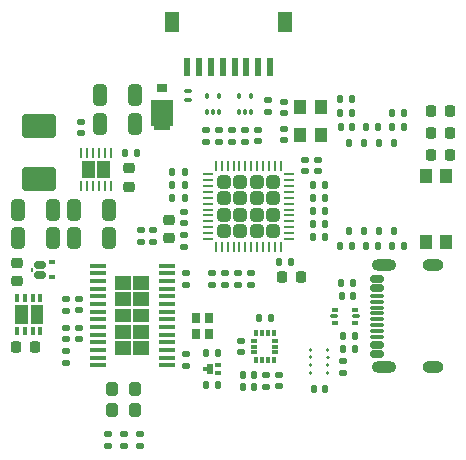
<source format=gbr>
%TF.GenerationSoftware,KiCad,Pcbnew,8.0.6*%
%TF.CreationDate,2025-09-02T18:07:21+02:00*%
%TF.ProjectId,atmos-fc,61746d6f-732d-4666-932e-6b696361645f,rev?*%
%TF.SameCoordinates,Original*%
%TF.FileFunction,Paste,Top*%
%TF.FilePolarity,Positive*%
%FSLAX46Y46*%
G04 Gerber Fmt 4.6, Leading zero omitted, Abs format (unit mm)*
G04 Created by KiCad (PCBNEW 8.0.6) date 2025-09-02 18:07:21*
%MOMM*%
%LPD*%
G01*
G04 APERTURE LIST*
G04 Aperture macros list*
%AMRoundRect*
0 Rectangle with rounded corners*
0 $1 Rounding radius*
0 $2 $3 $4 $5 $6 $7 $8 $9 X,Y pos of 4 corners*
0 Add a 4 corners polygon primitive as box body*
4,1,4,$2,$3,$4,$5,$6,$7,$8,$9,$2,$3,0*
0 Add four circle primitives for the rounded corners*
1,1,$1+$1,$2,$3*
1,1,$1+$1,$4,$5*
1,1,$1+$1,$6,$7*
1,1,$1+$1,$8,$9*
0 Add four rect primitives between the rounded corners*
20,1,$1+$1,$2,$3,$4,$5,0*
20,1,$1+$1,$4,$5,$6,$7,0*
20,1,$1+$1,$6,$7,$8,$9,0*
20,1,$1+$1,$8,$9,$2,$3,0*%
%AMFreePoly0*
4,1,9,0.450000,-0.220000,0.150000,-0.220000,0.150000,-0.560000,-0.150000,-0.560000,-0.150000,-0.220000,-0.450000,-0.220000,-0.450000,0.220000,0.450000,0.220000,0.450000,-0.220000,0.450000,-0.220000,$1*%
%AMFreePoly1*
4,1,9,1.100000,-0.965000,-1.100000,-0.965000,-1.100000,-0.650000,-1.450000,-0.650000,-1.450000,0.650000,-1.100000,0.650000,-1.100000,0.965000,1.100000,0.965000,1.100000,-0.965000,1.100000,-0.965000,$1*%
G04 Aperture macros list end*
%ADD10C,0.000000*%
%ADD11C,0.175000*%
%ADD12C,0.050000*%
%ADD13RoundRect,0.135000X-0.135000X-0.185000X0.135000X-0.185000X0.135000X0.185000X-0.135000X0.185000X0*%
%ADD14RoundRect,0.218750X0.218750X0.256250X-0.218750X0.256250X-0.218750X-0.256250X0.218750X-0.256250X0*%
%ADD15RoundRect,0.135000X0.185000X-0.135000X0.185000X0.135000X-0.185000X0.135000X-0.185000X-0.135000X0*%
%ADD16RoundRect,0.250000X-0.325000X-0.650000X0.325000X-0.650000X0.325000X0.650000X-0.325000X0.650000X0*%
%ADD17RoundRect,0.147500X-0.172500X0.147500X-0.172500X-0.147500X0.172500X-0.147500X0.172500X0.147500X0*%
%ADD18RoundRect,0.140000X0.170000X-0.140000X0.170000X0.140000X-0.170000X0.140000X-0.170000X-0.140000X0*%
%ADD19R,0.500000X0.350000*%
%ADD20FreePoly0,270.000000*%
%ADD21RoundRect,0.075000X0.075000X-0.150000X0.075000X0.150000X-0.075000X0.150000X-0.075000X-0.150000X0*%
%ADD22R,1.000000X1.200000*%
%ADD23R,0.800000X0.900000*%
%ADD24RoundRect,0.135000X0.135000X0.185000X-0.135000X0.185000X-0.135000X-0.185000X0.135000X-0.185000X0*%
%ADD25RoundRect,0.225000X-0.225000X-0.250000X0.225000X-0.250000X0.225000X0.250000X-0.225000X0.250000X0*%
%ADD26RoundRect,0.135000X-0.185000X0.135000X-0.185000X-0.135000X0.185000X-0.135000X0.185000X0.135000X0*%
%ADD27RoundRect,0.125000X0.125000X-0.200000X0.125000X0.200000X-0.125000X0.200000X-0.125000X-0.200000X0*%
%ADD28RoundRect,0.200000X-1.200000X0.800000X-1.200000X-0.800000X1.200000X-0.800000X1.200000X0.800000X0*%
%ADD29RoundRect,0.140000X-0.170000X0.140000X-0.170000X-0.140000X0.170000X-0.140000X0.170000X0.140000X0*%
%ADD30RoundRect,0.225000X0.250000X-0.225000X0.250000X0.225000X-0.250000X0.225000X-0.250000X-0.225000X0*%
%ADD31RoundRect,0.140000X-0.140000X-0.170000X0.140000X-0.170000X0.140000X0.170000X-0.140000X0.170000X0*%
%ADD32R,0.254800X0.807999*%
%ADD33RoundRect,0.225000X-0.250000X0.225000X-0.250000X-0.225000X0.250000X-0.225000X0.250000X0.225000X0*%
%ADD34R,1.353299X0.354800*%
%ADD35RoundRect,0.250000X-0.275000X0.312500X-0.275000X-0.312500X0.275000X-0.312500X0.275000X0.312500X0*%
%ADD36RoundRect,0.250000X0.325000X0.650000X-0.325000X0.650000X-0.325000X-0.650000X0.325000X-0.650000X0*%
%ADD37RoundRect,0.150000X0.425000X-0.150000X0.425000X0.150000X-0.425000X0.150000X-0.425000X-0.150000X0*%
%ADD38RoundRect,0.075000X0.500000X-0.075000X0.500000X0.075000X-0.500000X0.075000X-0.500000X-0.075000X0*%
%ADD39O,2.100000X1.000000*%
%ADD40O,1.800000X1.000000*%
%ADD41RoundRect,0.050000X0.250000X-0.100000X0.250000X0.100000X-0.250000X0.100000X-0.250000X-0.100000X0*%
%ADD42R,0.600000X1.550000*%
%ADD43R,1.200000X1.800000*%
%ADD44RoundRect,0.093750X-0.156250X-0.093750X0.156250X-0.093750X0.156250X0.093750X-0.156250X0.093750X0*%
%ADD45RoundRect,0.075000X-0.250000X-0.075000X0.250000X-0.075000X0.250000X0.075000X-0.250000X0.075000X0*%
%ADD46RoundRect,0.160000X-0.325000X0.160000X-0.325000X-0.160000X0.325000X-0.160000X0.325000X0.160000X0*%
%ADD47RoundRect,0.100000X0.150000X0.100000X-0.150000X0.100000X-0.150000X-0.100000X0.150000X-0.100000X0*%
%ADD48R,0.250000X0.400000*%
%ADD49FreePoly1,90.000000*%
%ADD50R,0.860000X0.700000*%
%ADD51RoundRect,0.009394X0.145606X-0.290606X0.145606X0.290606X-0.145606X0.290606X-0.145606X-0.290606X0*%
%ADD52R,1.100000X1.300000*%
%ADD53RoundRect,0.140000X0.140000X0.170000X-0.140000X0.170000X-0.140000X-0.170000X0.140000X-0.170000X0*%
%ADD54R,0.300000X0.600000*%
%ADD55R,0.600000X0.300000*%
%ADD56RoundRect,0.250000X-0.315000X0.315000X-0.315000X-0.315000X0.315000X-0.315000X0.315000X0.315000X0*%
%ADD57RoundRect,0.062500X-0.062500X0.375000X-0.062500X-0.375000X0.062500X-0.375000X0.062500X0.375000X0*%
%ADD58RoundRect,0.062500X-0.375000X0.062500X-0.375000X-0.062500X0.375000X-0.062500X0.375000X0.062500X0*%
G04 APERTURE END LIST*
D10*
%TO.C,U1*%
G36*
X127900001Y-100195500D02*
G01*
X126804601Y-100195500D01*
X126804601Y-98744500D01*
X127900001Y-98744500D01*
X127900001Y-100195500D01*
G37*
G36*
X129195401Y-100195500D02*
G01*
X128100001Y-100195500D01*
X128100001Y-98744500D01*
X129195401Y-98744500D01*
X129195401Y-100195500D01*
G37*
%TO.C,U4*%
G36*
X130975452Y-109652360D02*
G01*
X129626052Y-109652360D01*
X129626052Y-108470600D01*
X130975452Y-108470600D01*
X130975452Y-109652360D01*
G37*
G36*
X130975452Y-111034120D02*
G01*
X129626052Y-111034120D01*
X129626052Y-109852360D01*
X130975452Y-109852360D01*
X130975452Y-111034120D01*
G37*
G36*
X130975452Y-112415880D02*
G01*
X129626052Y-112415880D01*
X129626052Y-111234120D01*
X130975452Y-111234120D01*
X130975452Y-112415880D01*
G37*
G36*
X130975452Y-113797640D02*
G01*
X129626052Y-113797640D01*
X129626052Y-112615880D01*
X130975452Y-112615880D01*
X130975452Y-113797640D01*
G37*
G36*
X130975452Y-115179400D02*
G01*
X129626052Y-115179400D01*
X129626052Y-113997640D01*
X130975452Y-113997640D01*
X130975452Y-115179400D01*
G37*
G36*
X132524852Y-109652360D02*
G01*
X131175452Y-109652360D01*
X131175452Y-108470600D01*
X132524852Y-108470600D01*
X132524852Y-109652360D01*
G37*
G36*
X132524852Y-111034120D02*
G01*
X131175452Y-111034120D01*
X131175452Y-109852360D01*
X132524852Y-109852360D01*
X132524852Y-111034120D01*
G37*
G36*
X132524852Y-112415880D02*
G01*
X131175452Y-112415880D01*
X131175452Y-111234120D01*
X132524852Y-111234120D01*
X132524852Y-112415880D01*
G37*
G36*
X132524852Y-113797640D02*
G01*
X131175452Y-113797640D01*
X131175452Y-112615880D01*
X132524852Y-112615880D01*
X132524852Y-113797640D01*
G37*
G36*
X132524852Y-115179400D02*
G01*
X131175452Y-115179400D01*
X131175452Y-113997640D01*
X132524852Y-113997640D01*
X132524852Y-115179400D01*
G37*
D11*
%TO.C,U7*%
X146263000Y-114725000D02*
G75*
G02*
X146087000Y-114725000I-88000J0D01*
G01*
X146087000Y-114725000D02*
G75*
G02*
X146263000Y-114725000I88000J0D01*
G01*
X146263000Y-115375000D02*
G75*
G02*
X146087000Y-115375000I-88000J0D01*
G01*
X146087000Y-115375000D02*
G75*
G02*
X146263000Y-115375000I88000J0D01*
G01*
X146263000Y-116025000D02*
G75*
G02*
X146087000Y-116025000I-88000J0D01*
G01*
X146087000Y-116025000D02*
G75*
G02*
X146263000Y-116025000I88000J0D01*
G01*
X146263000Y-116675000D02*
G75*
G02*
X146087000Y-116675000I-88000J0D01*
G01*
X146087000Y-116675000D02*
G75*
G02*
X146263000Y-116675000I88000J0D01*
G01*
X147713000Y-114725000D02*
G75*
G02*
X147537000Y-114725000I-88000J0D01*
G01*
X147537000Y-114725000D02*
G75*
G02*
X147713000Y-114725000I88000J0D01*
G01*
X147713000Y-115375000D02*
G75*
G02*
X147537000Y-115375000I-88000J0D01*
G01*
X147537000Y-115375000D02*
G75*
G02*
X147713000Y-115375000I88000J0D01*
G01*
X147713000Y-116025000D02*
G75*
G02*
X147537000Y-116025000I-88000J0D01*
G01*
X147537000Y-116025000D02*
G75*
G02*
X147713000Y-116025000I88000J0D01*
G01*
X147713000Y-116675000D02*
G75*
G02*
X147537000Y-116675000I-88000J0D01*
G01*
X147537000Y-116675000D02*
G75*
G02*
X147713000Y-116675000I88000J0D01*
G01*
%TO.C,U2*%
D12*
X122175000Y-110945000D02*
X121195000Y-110945000D01*
X121195000Y-112455000D01*
X122175000Y-112455000D01*
X122175000Y-110945000D01*
G36*
X122175000Y-110945000D02*
G01*
X121195000Y-110945000D01*
X121195000Y-112455000D01*
X122175000Y-112455000D01*
X122175000Y-110945000D01*
G37*
X123455000Y-110945000D02*
X122475000Y-110945000D01*
X122475000Y-112455000D01*
X123455000Y-112455000D01*
X123455000Y-110945000D01*
G36*
X123455000Y-110945000D02*
G01*
X122475000Y-110945000D01*
X122475000Y-112455000D01*
X123455000Y-112455000D01*
X123455000Y-110945000D01*
G37*
%TD*%
D13*
%TO.C,R10*%
X153090000Y-105900000D03*
X154110000Y-105900000D03*
%TD*%
D14*
%TO.C,D6*%
X157950000Y-94500000D03*
X156375000Y-94500000D03*
%TD*%
D15*
%TO.C,R27*%
X137300000Y-97110000D03*
X137300000Y-96090000D03*
%TD*%
%TO.C,R11*%
X137800000Y-109210000D03*
X137800000Y-108190000D03*
%TD*%
D13*
%TO.C,R35*%
X146390000Y-104100000D03*
X147410000Y-104100000D03*
%TD*%
D16*
%TO.C,C2*%
X128325000Y-95650000D03*
X131275000Y-95650000D03*
%TD*%
D17*
%TO.C,FB1*%
X142425000Y-116865000D03*
X142425000Y-117835000D03*
%TD*%
D13*
%TO.C,R39*%
X137350000Y-115025000D03*
X138370000Y-115025000D03*
%TD*%
D18*
%TO.C,C32*%
X148950000Y-116675000D03*
X148950000Y-115715000D03*
%TD*%
D19*
%TO.C,Q1*%
X138360000Y-116025000D03*
X138360000Y-116675000D03*
D20*
X137670000Y-116350000D03*
%TD*%
D15*
%TO.C,R19*%
X129000000Y-122860000D03*
X129000000Y-121840000D03*
%TD*%
%TO.C,R30*%
X140600000Y-97110000D03*
X140600000Y-96090000D03*
%TD*%
%TO.C,R12*%
X138900000Y-109210000D03*
X138900000Y-108190000D03*
%TD*%
D21*
%TO.C,D8*%
X140150000Y-94600000D03*
X140650000Y-94600000D03*
X141150000Y-94600000D03*
X141150000Y-93200000D03*
X140150000Y-93200000D03*
%TD*%
D22*
%TO.C,SW1*%
X155925000Y-100000000D03*
X157625000Y-100000000D03*
X155925000Y-105600000D03*
X157625000Y-105600000D03*
%TD*%
D13*
%TO.C,R25*%
X148790000Y-109100000D03*
X149810000Y-109100000D03*
%TD*%
D23*
%TO.C,Y2*%
X137600000Y-113400000D03*
X137600000Y-112000000D03*
X136500000Y-112000000D03*
X136500000Y-113400000D03*
%TD*%
D18*
%TO.C,C20*%
X143900000Y-94680000D03*
X143900000Y-93720000D03*
%TD*%
D15*
%TO.C,R18*%
X125500000Y-111420000D03*
X125500000Y-110400000D03*
%TD*%
D24*
%TO.C,R31*%
X135510000Y-101900000D03*
X134490000Y-101900000D03*
%TD*%
D25*
%TO.C,C10*%
X121275000Y-114500000D03*
X122825000Y-114500000D03*
%TD*%
D26*
%TO.C,R5*%
X141100000Y-108190000D03*
X141100000Y-109210000D03*
%TD*%
D18*
%TO.C,C12*%
X146800000Y-99580000D03*
X146800000Y-98620000D03*
%TD*%
D13*
%TO.C,R20*%
X141790000Y-112000000D03*
X142810000Y-112000000D03*
%TD*%
D27*
%TO.C,U6*%
X149445000Y-104700000D03*
X150715000Y-104700000D03*
X151985000Y-104700000D03*
X153255000Y-104700000D03*
X153255000Y-97200000D03*
X151985000Y-97200000D03*
X150715000Y-97200000D03*
X149445000Y-97200000D03*
%TD*%
D24*
%TO.C,R8*%
X147410000Y-103000000D03*
X146390000Y-103000000D03*
%TD*%
D28*
%TO.C,L1*%
X123200000Y-95800000D03*
X123200000Y-100300000D03*
%TD*%
D29*
%TO.C,C18*%
X141700000Y-96120000D03*
X141700000Y-97080000D03*
%TD*%
D30*
%TO.C,C9*%
X121300000Y-108925000D03*
X121300000Y-107375000D03*
%TD*%
D25*
%TO.C,C11*%
X143795000Y-108600000D03*
X145345000Y-108600000D03*
%TD*%
D13*
%TO.C,R15*%
X146390000Y-100800000D03*
X147410000Y-100800000D03*
%TD*%
D24*
%TO.C,R33*%
X149730000Y-93500000D03*
X148710000Y-93500000D03*
%TD*%
D29*
%TO.C,C22*%
X126550000Y-110430000D03*
X126550000Y-111390000D03*
%TD*%
D31*
%TO.C,C31*%
X148720000Y-95900000D03*
X149680000Y-95900000D03*
%TD*%
D32*
%TO.C,U1*%
X129250001Y-98050000D03*
X128750002Y-98050000D03*
X128250001Y-98050000D03*
X127750001Y-98050000D03*
X127250000Y-98050000D03*
X126750001Y-98050000D03*
X126750001Y-100890000D03*
X127250000Y-100890000D03*
X127750001Y-100890000D03*
X128250001Y-100890000D03*
X128750002Y-100890000D03*
X129250001Y-100890000D03*
%TD*%
D33*
%TO.C,C4*%
X130800000Y-99365000D03*
X130800000Y-100915000D03*
%TD*%
D15*
%TO.C,R32*%
X142550000Y-94610000D03*
X142550000Y-93590000D03*
%TD*%
D34*
%TO.C,U4*%
X134000000Y-116050000D03*
X134000000Y-115399999D03*
X134000000Y-114750000D03*
X134000000Y-114099999D03*
X134000000Y-113450001D03*
X134000000Y-112799999D03*
X134000000Y-112150001D03*
X134000000Y-111500002D03*
X134000000Y-110850001D03*
X134000000Y-110200002D03*
X134000000Y-109550001D03*
X134000000Y-108900002D03*
X134000000Y-108250001D03*
X134000000Y-107600002D03*
X128150904Y-107600000D03*
X128150904Y-108250001D03*
X128150904Y-108900000D03*
X128150904Y-109550001D03*
X128150904Y-110199999D03*
X128150904Y-110850001D03*
X128150904Y-111499999D03*
X128150904Y-112150001D03*
X128150904Y-112799999D03*
X128150904Y-113450001D03*
X128150904Y-114099999D03*
X128150904Y-114750000D03*
X128150904Y-115399999D03*
X128150904Y-116050000D03*
%TD*%
D35*
%TO.C,C25*%
X129400000Y-118050000D03*
X129400000Y-119825000D03*
%TD*%
D36*
%TO.C,C7*%
X124375000Y-105300000D03*
X121425000Y-105300000D03*
%TD*%
D31*
%TO.C,C33*%
X146445000Y-118050000D03*
X147405000Y-118050000D03*
%TD*%
D13*
%TO.C,R13*%
X153090000Y-94700000D03*
X154110000Y-94700000D03*
%TD*%
D24*
%TO.C,R2*%
X135510000Y-99700000D03*
X134490000Y-99700000D03*
%TD*%
D36*
%TO.C,C8*%
X124375000Y-102900000D03*
X121425000Y-102900000D03*
%TD*%
D37*
%TO.C,J3*%
X151810000Y-115100000D03*
X151810000Y-114300000D03*
D38*
X151810000Y-113150000D03*
X151810000Y-112150000D03*
X151810000Y-111650000D03*
X151810000Y-110650000D03*
D37*
X151810000Y-109500000D03*
X151810000Y-108700000D03*
X151810000Y-108700000D03*
X151810000Y-109500000D03*
D38*
X151810000Y-110150000D03*
X151810000Y-111150000D03*
X151810000Y-112650000D03*
X151810000Y-113650000D03*
D37*
X151810000Y-114300000D03*
X151810000Y-115100000D03*
D39*
X152385000Y-116220000D03*
D40*
X156565000Y-116220000D03*
D39*
X152385000Y-107580000D03*
D40*
X156565000Y-107580000D03*
%TD*%
D31*
%TO.C,C28*%
X140420000Y-117850000D03*
X141380000Y-117850000D03*
%TD*%
D18*
%TO.C,C15*%
X145700000Y-99580000D03*
X145700000Y-98620000D03*
%TD*%
D15*
%TO.C,R16*%
X125500000Y-115820000D03*
X125500000Y-114800000D03*
%TD*%
D13*
%TO.C,R26*%
X148915000Y-113600000D03*
X149935000Y-113600000D03*
%TD*%
D15*
%TO.C,R6*%
X131810000Y-105585000D03*
X131810000Y-104565000D03*
%TD*%
D31*
%TO.C,C29*%
X140420000Y-116850000D03*
X141380000Y-116850000D03*
%TD*%
D18*
%TO.C,C30*%
X140250000Y-114930000D03*
X140250000Y-113970000D03*
%TD*%
D15*
%TO.C,R28*%
X138400000Y-97110000D03*
X138400000Y-96090000D03*
%TD*%
D18*
%TO.C,C24*%
X135600000Y-116080000D03*
X135600000Y-115120000D03*
%TD*%
D26*
%TO.C,R38*%
X130350000Y-121840000D03*
X130350000Y-122860000D03*
%TD*%
D13*
%TO.C,R22*%
X150890000Y-105900000D03*
X151910000Y-105900000D03*
%TD*%
D41*
%TO.C,D1*%
X135800000Y-93550000D03*
X135800000Y-92850000D03*
%TD*%
D42*
%TO.C,J2*%
X142750000Y-90825000D03*
X141750000Y-90825000D03*
X140750000Y-90825000D03*
X139750000Y-90825000D03*
X138750000Y-90825000D03*
X137750000Y-90825000D03*
X136750000Y-90825000D03*
X135750000Y-90825000D03*
D43*
X144050000Y-86950000D03*
X134450000Y-86950000D03*
%TD*%
D21*
%TO.C,D7*%
X137400000Y-94600000D03*
X137900000Y-94600000D03*
X138400000Y-94600000D03*
X138400000Y-93200000D03*
X137400000Y-93200000D03*
%TD*%
D44*
%TO.C,U8*%
X148225000Y-111362500D03*
D45*
X148150000Y-111900000D03*
D44*
X148225000Y-112437500D03*
X149925000Y-112437500D03*
D45*
X150000000Y-111900000D03*
D44*
X149925000Y-111362500D03*
%TD*%
D18*
%TO.C,C13*%
X135500000Y-103985000D03*
X135500000Y-103025000D03*
%TD*%
D15*
%TO.C,R29*%
X139500000Y-97110000D03*
X139500000Y-96090000D03*
%TD*%
D46*
%TO.C,D3*%
X123250000Y-108370000D03*
X123250000Y-107570000D03*
D47*
X124300000Y-108600000D03*
X124300000Y-107300000D03*
D48*
X122575000Y-107950000D03*
%TD*%
D24*
%TO.C,R9*%
X147410000Y-101900000D03*
X146390000Y-101900000D03*
%TD*%
D26*
%TO.C,R4*%
X140000000Y-108190000D03*
X140000000Y-109210000D03*
%TD*%
%TO.C,R37*%
X131700000Y-121840000D03*
X131700000Y-122860000D03*
%TD*%
D29*
%TO.C,C23*%
X126550000Y-112870000D03*
X126550000Y-113830000D03*
%TD*%
D49*
%TO.C,D2*%
X133600000Y-94700000D03*
D50*
X133600000Y-92540000D03*
%TD*%
D29*
%TO.C,C16*%
X135500000Y-105025000D03*
X135500000Y-105985000D03*
%TD*%
D13*
%TO.C,R21*%
X148705000Y-105900000D03*
X149725000Y-105900000D03*
%TD*%
D16*
%TO.C,C1*%
X128325000Y-93150000D03*
X131275000Y-93150000D03*
%TD*%
D13*
%TO.C,R14*%
X153090000Y-95900000D03*
X154110000Y-95900000D03*
%TD*%
D16*
%TO.C,C6*%
X126125000Y-105300000D03*
X129075000Y-105300000D03*
%TD*%
D24*
%TO.C,R40*%
X138370000Y-117675000D03*
X137350000Y-117675000D03*
%TD*%
D13*
%TO.C,R23*%
X150890000Y-95900000D03*
X151910000Y-95900000D03*
%TD*%
D29*
%TO.C,C21*%
X125500000Y-112870000D03*
X125500000Y-113830000D03*
%TD*%
D16*
%TO.C,C5*%
X126125000Y-102900000D03*
X129075000Y-102900000D03*
%TD*%
D24*
%TO.C,R1*%
X131510000Y-98100000D03*
X130490000Y-98100000D03*
%TD*%
D51*
%TO.C,U2*%
X121350000Y-113100000D03*
X122000000Y-113100000D03*
X122650000Y-113100000D03*
X123300000Y-113100000D03*
X123300000Y-110300000D03*
X122650000Y-110300000D03*
X122000000Y-110300000D03*
X121350000Y-110300000D03*
%TD*%
D29*
%TO.C,C19*%
X143900000Y-96040000D03*
X143900000Y-97000000D03*
%TD*%
D24*
%TO.C,R24*%
X149960000Y-114700000D03*
X148940000Y-114700000D03*
%TD*%
D33*
%TO.C,C17*%
X134200000Y-103750000D03*
X134200000Y-105300000D03*
%TD*%
D31*
%TO.C,C14*%
X143540000Y-107300000D03*
X144500000Y-107300000D03*
%TD*%
D52*
%TO.C,Y1*%
X147100000Y-96500000D03*
X147100000Y-94200000D03*
X145300000Y-94200000D03*
X145300000Y-96500000D03*
%TD*%
D53*
%TO.C,C34*%
X149780000Y-110200000D03*
X148820000Y-110200000D03*
%TD*%
D54*
%TO.C,U5*%
X143050000Y-113300000D03*
X142550000Y-113300000D03*
X142050000Y-113300000D03*
X141550000Y-113300000D03*
D55*
X141400000Y-113950000D03*
X141400000Y-114450000D03*
X141400000Y-114950000D03*
D54*
X141550000Y-115600000D03*
X142050000Y-115600000D03*
X142550000Y-115600000D03*
X143050000Y-115600000D03*
D55*
X143200000Y-114950000D03*
X143200000Y-114450000D03*
X143200000Y-113950000D03*
%TD*%
D29*
%TO.C,C3*%
X126750000Y-95440000D03*
X126750000Y-96400000D03*
%TD*%
D24*
%TO.C,R34*%
X149730000Y-94700000D03*
X148710000Y-94700000D03*
%TD*%
D56*
%TO.C,U3*%
X143012500Y-100500000D03*
X141612500Y-100500000D03*
X140212500Y-100500000D03*
X138812500Y-100500000D03*
X143012500Y-101900000D03*
X141612500Y-101900000D03*
X140212500Y-101900000D03*
X138812500Y-101900000D03*
X143012500Y-103300000D03*
X141612500Y-103300000D03*
X140212500Y-103300000D03*
X138812500Y-103300000D03*
X143012500Y-104700000D03*
X141612500Y-104700000D03*
X140212500Y-104700000D03*
X138812500Y-104700000D03*
D57*
X143662500Y-99162500D03*
X143162500Y-99162500D03*
X142662500Y-99162500D03*
X142162500Y-99162500D03*
X141662500Y-99162500D03*
X141162500Y-99162500D03*
X140662500Y-99162500D03*
X140162500Y-99162500D03*
X139662500Y-99162500D03*
X139162500Y-99162500D03*
X138662500Y-99162500D03*
X138162500Y-99162500D03*
D58*
X137475000Y-99850000D03*
X137475000Y-100350000D03*
X137475000Y-100850000D03*
X137475000Y-101350000D03*
X137475000Y-101850000D03*
X137475000Y-102350000D03*
X137475000Y-102850000D03*
X137475000Y-103350000D03*
X137475000Y-103850000D03*
X137475000Y-104350000D03*
X137475000Y-104850000D03*
X137475000Y-105350000D03*
D57*
X138162500Y-106037500D03*
X138662500Y-106037500D03*
X139162500Y-106037500D03*
X139662500Y-106037500D03*
X140162500Y-106037500D03*
X140662500Y-106037500D03*
X141162500Y-106037500D03*
X141662500Y-106037500D03*
X142162500Y-106037500D03*
X142662500Y-106037500D03*
X143162500Y-106037500D03*
X143662500Y-106037500D03*
D58*
X144350000Y-105350000D03*
X144350000Y-104850000D03*
X144350000Y-104350000D03*
X144350000Y-103850000D03*
X144350000Y-103350000D03*
X144350000Y-102850000D03*
X144350000Y-102350000D03*
X144350000Y-101850000D03*
X144350000Y-101350000D03*
X144350000Y-100850000D03*
X144350000Y-100350000D03*
X144350000Y-99850000D03*
%TD*%
D13*
%TO.C,R36*%
X146390000Y-105200000D03*
X147410000Y-105200000D03*
%TD*%
D14*
%TO.C,D5*%
X157950000Y-96410000D03*
X156375000Y-96410000D03*
%TD*%
%TO.C,D4*%
X157950000Y-98200000D03*
X156375000Y-98200000D03*
%TD*%
D26*
%TO.C,R17*%
X135600000Y-108190000D03*
X135600000Y-109210000D03*
%TD*%
%TO.C,R7*%
X132875000Y-104565000D03*
X132875000Y-105585000D03*
%TD*%
D24*
%TO.C,R3*%
X135510000Y-100800000D03*
X134490000Y-100800000D03*
%TD*%
D35*
%TO.C,C26*%
X131300000Y-118062500D03*
X131300000Y-119837500D03*
%TD*%
D18*
%TO.C,C27*%
X143500000Y-117830000D03*
X143500000Y-116870000D03*
%TD*%
M02*

</source>
